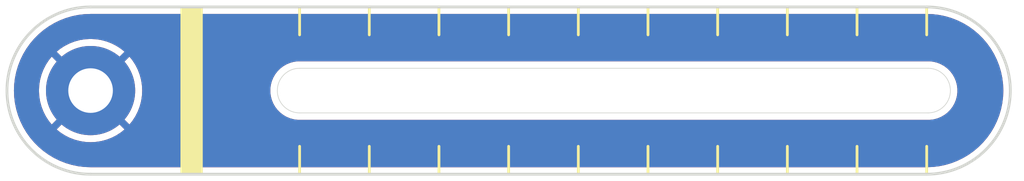
<source format=kicad_pcb>
(kicad_pcb (version 20240108) (generator "pcbnew") (generator_version "8.0")
  (layers (0 "F.Cu" signal) (31 "B.Cu" signal) (34 "B.Paste" user) (35 "F.Paste" user) (36 "B.SilkS" user "B.Silkscreen") (37 "F.SilkS" user "F.Silkscreen") (38 "B.Mask" user) (39 "F.Mask" user) (44 "Edge.Cuts" user))
  (net 0 "")
  (net 1 "GND")
  (footprint "MountingHole:MountingHole_3.2mm_M3_Pad" (layer "F.Cu") (at 100 90)
    (property "Reference" "H1" (hide yes))
    (property "Value" "MountingHole_Pad" (hide yes))
    (pad "1" thru_hole circle (at 0 0) (size 6.4 6.4) (drill 3.2) (layers "*.Cu" "*.Mask") (net 1 "GND"))
  )
  (gr_line (start 135 84) (end 135 86) (stroke (width 0.2)) (layer "F.SilkS"))
  (gr_line (start 120 94) (end 120 96) (stroke (width 0.2)) (layer "F.SilkS"))
  (gr_line (start 155 94) (end 155 96) (stroke (width 0.2)) (layer "F.SilkS"))
  (gr_line (start 130 84) (end 130 86) (stroke (width 0.2)) (layer "F.SilkS"))
  (gr_line (start 115 84) (end 115 86) (stroke (width 0.2)) (layer "F.SilkS"))
  (gr_line (start 135 94) (end 135 96) (stroke (width 0.2)) (layer "F.SilkS"))
  (gr_line (start 140 94) (end 140 96) (stroke (width 0.2)) (layer "F.SilkS"))
  (gr_line (start 125 94) (end 125 96) (stroke (width 0.2)) (layer "F.SilkS"))
  (gr_line (start 160 94) (end 160 96) (stroke (width 0.2)) (layer "F.SilkS"))
  (gr_line (start 155 84) (end 155 86) (stroke (width 0.2)) (layer "F.SilkS"))
  (gr_line (start 120 84) (end 120 86) (stroke (width 0.2)) (layer "F.SilkS"))
  (gr_line (start 145 94) (end 145 96) (stroke (width 0.2)) (layer "F.SilkS"))
  (gr_line (start 140 84) (end 140 86) (stroke (width 0.2)) (layer "F.SilkS"))
  (gr_line (start 150 94) (end 150 96) (stroke (width 0.2)) (layer "F.SilkS"))
  (gr_line (start 115 94) (end 115 96) (stroke (width 0.2)) (layer "F.SilkS"))
  (gr_line (start 160 84) (end 160 86) (stroke (width 0.2)) (layer "F.SilkS"))
  (gr_line (start 125 84) (end 125 86) (stroke (width 0.2)) (layer "F.SilkS"))
  (gr_line (start 150 84) (end 150 86) (stroke (width 0.2)) (layer "F.SilkS"))
  (gr_rect (start 106.5 84) (end 108 96) (stroke (width 0.1)) (fill solid) (layer "F.SilkS"))
  (gr_line (start 145 84) (end 145 86) (stroke (width 0.2)) (layer "F.SilkS"))
  (gr_line (start 130 94) (end 130 96) (stroke (width 0.2)) (layer "F.SilkS"))
  (gr_line (start 100 84) (end 160 84) (stroke (width 0.2)) (layer "Edge.Cuts"))
  (gr_line (start 100 96) (end 160 96) (stroke (width 0.2)) (layer "Edge.Cuts"))
  (gr_line (start 115 88.4) (end 160.1 88.4) (stroke (width 0.05)) (layer "Edge.Cuts"))
  (gr_arc (start 160.1 88.4) (mid 161.7 90) (end 160.1 91.6) (stroke (width 0.05)) (layer "Edge.Cuts"))
  (gr_arc (start 115 91.6) (mid 113.4 90) (end 115 88.4) (stroke (width 0.05)) (layer "Edge.Cuts"))
  (gr_arc (start 100 96) (mid 94 90) (end 100 84) (stroke (width 0.2)) (layer "Edge.Cuts"))
  (gr_line (start 115 91.6) (end 160.1 91.6) (stroke (width 0.05)) (layer "Edge.Cuts"))
  (gr_arc (start 160 84) (mid 166 90) (end 160 96) (stroke (width 0.2)) (layer "Edge.Cuts"))
  (zone (net 1) (net_name "GND") (layers "F&B.Cu") (connect_pads (clearance 0.5)) (min_thickness 0.25) (fill yes (thermal_gap 0.5) (thermal_bridge_width 0.5))
    (polygon (pts (xy 93.5 83.5) (xy 167 83.5) (xy 167 96.5) (xy 93.5 96.5)))
  )
)
</source>
